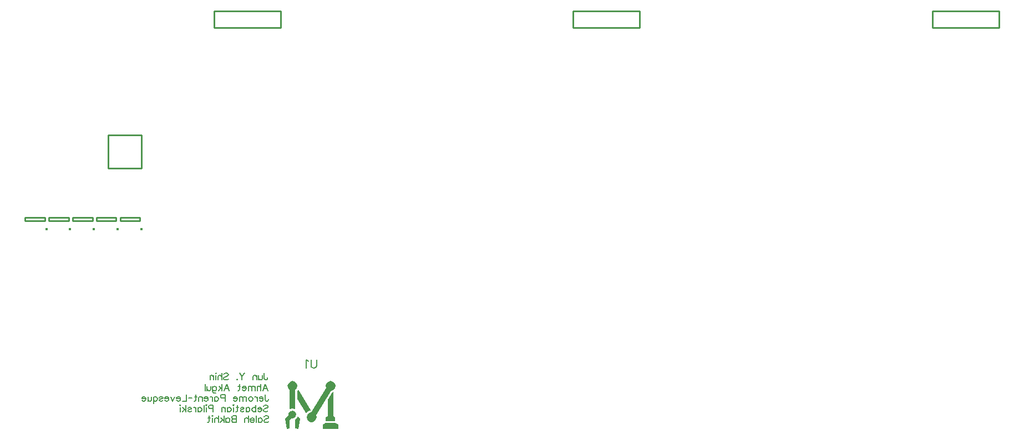
<source format=gbo>
G04 DipTrace 3.0.0.2*
G04 Power_Current.GBO*
%MOMM*%
G04 #@! TF.FileFunction,Legend,Bot*
G04 #@! TF.Part,Single*
%ADD10C,0.25*%
%ADD39O,0.39127X0.39172*%
%ADD113C,0.19608*%
%ADD114C,0.15686*%
%FSLAX35Y35*%
G04*
G71*
G90*
G75*
G01*
G04 BotSilk*
%LPD*%
X3627000Y7681000D2*
D10*
X3119000D1*
Y7173000D1*
X3627000D1*
Y7681000D1*
D39*
X3628356Y6237639D3*
X3604986Y6365000D2*
D10*
X3305000D1*
Y6415000D1*
X3604986D1*
Y6365000D1*
D39*
X3265856Y6237639D3*
X3242486Y6365000D2*
D10*
X2942500D1*
Y6415000D1*
X3242486D1*
Y6365000D1*
D39*
X2903356Y6237639D3*
X2879986Y6365000D2*
D10*
X2580000D1*
Y6415000D1*
X2879986D1*
Y6365000D1*
D39*
X2540856Y6237639D3*
X2517486Y6365000D2*
D10*
X2217500D1*
Y6415000D1*
X2517486D1*
Y6365000D1*
D39*
X2178356Y6237639D3*
X2154986Y6365000D2*
D10*
X1855000D1*
Y6415000D1*
X2154986D1*
Y6365000D1*
G36*
X6631400Y3186780D2*
Y3247740D1*
X6588220Y3273140D1*
X6443440D1*
X6400260Y3247740D1*
Y3186780D1*
D1*
X6631400D1*
G37*
G36*
X6588220Y3303620D2*
Y3359500D1*
X6560280Y3377280D1*
Y3748120D1*
X6539960Y3743040D1*
X6471380Y3633820D1*
Y3377280D1*
X6443440Y3359500D1*
Y3303620D1*
X6588220D1*
G37*
G36*
X6522180Y3765900D2*
X6552660Y3776060D1*
X6580600Y3801460D1*
X6590760Y3839560D1*
X6580600Y3877660D1*
X6552660Y3905600D1*
X6517100Y3915760D1*
X6479000Y3905600D1*
X6451060Y3877660D1*
X6440900Y3839560D1*
X6448520Y3811620D1*
X6217380Y3435700D1*
X6186900Y3425540D1*
X6158960Y3397600D1*
X6148800Y3359500D1*
X6158960Y3323940D1*
X6186900Y3296000D1*
X6225000Y3285840D1*
X6263100Y3296000D1*
X6291040Y3323940D1*
X6301200Y3362040D1*
X6293580Y3392520D1*
X6522180Y3765900D1*
G37*
G36*
X6209760Y3473800D2*
X6202140Y3461100D1*
X6169120Y3450940D1*
X6141180Y3417920D1*
X6006560Y3641440D1*
Y3770980D1*
X6021800Y3783680D1*
D1*
X6209760Y3473800D1*
G37*
G36*
X5978620Y3781140D2*
X5998940Y3801460D1*
X6011640Y3839560D1*
X6001480Y3877660D1*
X5973540Y3905600D1*
X5935440Y3915760D1*
X5897340Y3905600D1*
X5869400Y3877660D1*
X5859240Y3839560D1*
X5869400Y3804000D1*
X5892260Y3781140D1*
Y3483960D1*
X5935440Y3496660D1*
X5978620Y3483960D1*
Y3781140D1*
G37*
G36*
X6014180Y3374740D2*
X6011640Y3362040D1*
X5981160Y3329020D1*
X5971000Y3326480D1*
X5978620Y3318860D1*
Y3194400D1*
X6021800Y3186780D1*
X6052280Y3339180D1*
X6014180Y3374740D1*
G37*
G36*
X5986240Y3435700D2*
X5993860Y3405220D1*
X5986240Y3374740D1*
X5963380Y3351880D1*
X5935440Y3344260D1*
X5920200Y3349340D1*
X5889720Y3316320D1*
X5892260Y3194400D1*
X5846540Y3186780D1*
X5818600Y3339180D1*
X5877020Y3397600D1*
X5874480Y3407760D1*
X5882100Y3433160D1*
X5904960Y3456020D1*
X5935440Y3463640D1*
X5965920Y3456020D1*
X5986240Y3435700D1*
G37*
X4738205Y9319491D2*
D10*
X5754295D1*
Y9573503D1*
X4738205D1*
Y9319491D1*
X10213205D2*
X11229295D1*
Y9573503D1*
X10213205D1*
Y9319491D1*
X15700705D2*
X16716795D1*
Y9573503D1*
X15700705D1*
Y9319491D1*
X6302376Y4243987D2*
D113*
Y4152877D1*
X6296340Y4134627D1*
X6284126Y4122554D1*
X6265876Y4116377D1*
X6253803D1*
X6235553Y4122554D1*
X6223340Y4134627D1*
X6217303Y4152877D1*
Y4243987D1*
X6178087Y4219560D2*
X6165874Y4225737D1*
X6147624Y4243846D1*
Y4116377D1*
X5503382Y4035147D2*
D114*
Y3957430D1*
X5508211Y3942830D1*
X5513153Y3938000D1*
X5522811Y3933059D1*
X5532582D1*
X5542240Y3938000D1*
X5547070Y3942830D1*
X5552011Y3957430D1*
Y3967088D1*
X5472009Y4001117D2*
Y3952488D1*
X5467180Y3938000D1*
X5457409Y3933059D1*
X5442809D1*
X5433151Y3938000D1*
X5418551Y3952488D1*
Y4001117D2*
Y3933059D1*
X5387178Y4001117D2*
Y3933059D1*
Y3981688D2*
X5372578Y3996288D1*
X5362808Y4001117D1*
X5348320D1*
X5338549Y3996288D1*
X5333720Y3981688D1*
Y3933059D1*
X5203590Y4035147D2*
X5164732Y3986517D1*
Y3933059D1*
X5125873Y4035147D2*
X5164732Y3986517D1*
X5089672Y3942830D2*
X5094501Y3937888D1*
X5089672Y3933059D1*
X5084730Y3937888D1*
X5089672Y3942830D1*
X4886542Y4020547D2*
X4896200Y4030317D1*
X4910800Y4035147D1*
X4930230D1*
X4944830Y4030317D1*
X4954600Y4020547D1*
Y4010888D1*
X4949659Y4001117D1*
X4944830Y3996288D1*
X4935171Y3991459D1*
X4905971Y3981688D1*
X4896200Y3976859D1*
X4891371Y3971917D1*
X4886542Y3962259D1*
Y3947659D1*
X4896200Y3938000D1*
X4910800Y3933059D1*
X4930230D1*
X4944830Y3938000D1*
X4954600Y3947659D1*
X4855169Y4035147D2*
Y3933059D1*
Y3981688D2*
X4840569Y3996288D1*
X4830798Y4001117D1*
X4816198D1*
X4806540Y3996288D1*
X4801711Y3981688D1*
Y3933059D1*
X4770338Y4035147D2*
X4765509Y4030317D1*
X4760567Y4035147D1*
X4765509Y4040088D1*
X4770338Y4035147D1*
X4765509Y4001117D2*
Y3933059D1*
X4729195Y4001117D2*
Y3933059D1*
Y3981688D2*
X4714595Y3996288D1*
X4704824Y4001117D1*
X4690336D1*
X4680566Y3996288D1*
X4675736Y3981688D1*
Y3933059D1*
X5482514Y3770559D2*
X5521485Y3872647D1*
X5560343Y3770559D1*
X5545743Y3804588D2*
X5497114D1*
X5451142Y3872647D2*
Y3770559D1*
Y3819188D2*
X5436542Y3833788D1*
X5426771Y3838617D1*
X5412171D1*
X5402512Y3833788D1*
X5397683Y3819188D1*
Y3770559D1*
X5366311Y3838617D2*
Y3770559D1*
Y3819188D2*
X5351711Y3833788D1*
X5341940Y3838617D1*
X5327452D1*
X5317681Y3833788D1*
X5312852Y3819188D1*
Y3770559D1*
Y3819188D2*
X5298252Y3833788D1*
X5288481Y3838617D1*
X5273994D1*
X5264223Y3833788D1*
X5259281Y3819188D1*
Y3770559D1*
X5227909Y3809417D2*
X5169621D1*
Y3819188D1*
X5174450Y3828959D1*
X5179280Y3833788D1*
X5189050Y3838617D1*
X5203650D1*
X5213309Y3833788D1*
X5223080Y3824017D1*
X5227909Y3809417D1*
Y3799759D1*
X5223080Y3785159D1*
X5213309Y3775500D1*
X5203650Y3770559D1*
X5189050D1*
X5179280Y3775500D1*
X5169621Y3785159D1*
X5123649Y3872647D2*
Y3789988D1*
X5118819Y3775500D1*
X5109049Y3770559D1*
X5099390D1*
X5138249Y3838617D2*
X5104219D1*
X4891431Y3770559D2*
X4930402Y3872647D1*
X4969261Y3770559D1*
X4954661Y3804588D2*
X4906031D1*
X4860059Y3872647D2*
Y3770559D1*
X4811430Y3838617D2*
X4860059Y3789988D1*
X4840630Y3809417D2*
X4806600Y3770559D1*
X4716940Y3833788D2*
Y3755959D1*
X4721769Y3741471D1*
X4726598Y3736530D1*
X4736369Y3731700D1*
X4750969D1*
X4760628Y3736530D1*
X4716940Y3819188D2*
X4726598Y3828847D1*
X4736369Y3833788D1*
X4750969D1*
X4760628Y3828847D1*
X4770398Y3819188D1*
X4775228Y3804588D1*
Y3794817D1*
X4770398Y3780330D1*
X4760628Y3770559D1*
X4750969Y3765730D1*
X4736369D1*
X4726598Y3770559D1*
X4716940Y3780330D1*
X4685567Y3838617D2*
Y3789988D1*
X4680738Y3775500D1*
X4670967Y3770559D1*
X4656367D1*
X4646709Y3775500D1*
X4632109Y3789988D1*
Y3838617D2*
Y3770559D1*
X4600736Y3872647D2*
Y3770559D1*
X5518968Y3710147D2*
Y3632430D1*
X5523797Y3617830D1*
X5528738Y3613000D1*
X5538397Y3608059D1*
X5548168D1*
X5557826Y3613000D1*
X5562655Y3617830D1*
X5567597Y3632430D1*
Y3642088D1*
X5487595Y3646917D2*
X5429307D1*
Y3656688D1*
X5434137Y3666459D1*
X5438966Y3671288D1*
X5448737Y3676117D1*
X5463337D1*
X5472995Y3671288D1*
X5482766Y3661517D1*
X5487595Y3646917D1*
Y3637259D1*
X5482766Y3622659D1*
X5472995Y3613000D1*
X5463337Y3608059D1*
X5448737D1*
X5438966Y3613000D1*
X5429307Y3622659D1*
X5397935Y3676117D2*
Y3608059D1*
Y3646917D2*
X5392993Y3661517D1*
X5383335Y3671288D1*
X5373564Y3676117D1*
X5358964D1*
X5303333D2*
X5312992Y3671288D1*
X5322762Y3661517D1*
X5327592Y3646917D1*
Y3637259D1*
X5322762Y3622659D1*
X5312992Y3613000D1*
X5303333Y3608059D1*
X5288733D1*
X5278962Y3613000D1*
X5269304Y3622659D1*
X5264362Y3637259D1*
Y3646917D1*
X5269304Y3661517D1*
X5278962Y3671288D1*
X5288733Y3676117D1*
X5303333D1*
X5232990D2*
Y3608059D1*
Y3656688D2*
X5218390Y3671288D1*
X5208619Y3676117D1*
X5194131D1*
X5184361Y3671288D1*
X5179531Y3656688D1*
Y3608059D1*
Y3656688D2*
X5164931Y3671288D1*
X5155161Y3676117D1*
X5140673D1*
X5130902Y3671288D1*
X5125961Y3656688D1*
Y3608059D1*
X5094588Y3646917D2*
X5036300D1*
Y3656688D1*
X5041130Y3666459D1*
X5045959Y3671288D1*
X5055730Y3676117D1*
X5070330D1*
X5079988Y3671288D1*
X5089759Y3661517D1*
X5094588Y3646917D1*
Y3637259D1*
X5089759Y3622659D1*
X5079988Y3613000D1*
X5070330Y3608059D1*
X5055730D1*
X5045959Y3613000D1*
X5036300Y3622659D1*
X4906171Y3656688D2*
X4862371D1*
X4847883Y3661517D1*
X4842941Y3666459D1*
X4838112Y3676117D1*
Y3690717D1*
X4842941Y3700376D1*
X4847883Y3705317D1*
X4862371Y3710147D1*
X4906171D1*
Y3608059D1*
X4748452Y3676117D2*
Y3608059D1*
Y3661517D2*
X4758110Y3671288D1*
X4767881Y3676117D1*
X4782369D1*
X4792140Y3671288D1*
X4801798Y3661517D1*
X4806740Y3646917D1*
Y3637259D1*
X4801798Y3622659D1*
X4792140Y3613000D1*
X4782369Y3608059D1*
X4767881D1*
X4758110Y3613000D1*
X4748452Y3622659D1*
X4717079Y3676117D2*
Y3608059D1*
Y3646917D2*
X4712138Y3661517D1*
X4702479Y3671288D1*
X4692709Y3676117D1*
X4678109D1*
X4646736Y3646917D2*
X4588448D1*
Y3656688D1*
X4593278Y3666459D1*
X4598107Y3671288D1*
X4607878Y3676117D1*
X4622478D1*
X4632136Y3671288D1*
X4641907Y3661517D1*
X4646736Y3646917D1*
Y3637259D1*
X4641907Y3622659D1*
X4632136Y3613000D1*
X4622478Y3608059D1*
X4607878D1*
X4598107Y3613000D1*
X4588448Y3622659D1*
X4557076Y3676117D2*
Y3608059D1*
Y3656688D2*
X4542476Y3671288D1*
X4532705Y3676117D1*
X4518217D1*
X4508447Y3671288D1*
X4503617Y3656688D1*
Y3608059D1*
X4457645Y3710147D2*
Y3627488D1*
X4452816Y3613000D1*
X4443045Y3608059D1*
X4433386D1*
X4472245Y3676117D2*
X4438216D1*
X4402014Y3659047D2*
X4345860D1*
X4314487Y3710147D2*
Y3608059D1*
X4256200D1*
X4224827Y3646917D2*
X4166539D1*
Y3656688D1*
X4171369Y3666459D1*
X4176198Y3671288D1*
X4185969Y3676117D1*
X4200569D1*
X4210227Y3671288D1*
X4219998Y3661517D1*
X4224827Y3646917D1*
Y3637259D1*
X4219998Y3622659D1*
X4210227Y3613000D1*
X4200569Y3608059D1*
X4185969D1*
X4176198Y3613000D1*
X4166539Y3622659D1*
X4135167Y3676117D2*
X4105967Y3608059D1*
X4076879Y3676117D1*
X4045507Y3646917D2*
X3987219D1*
Y3656688D1*
X3992048Y3666459D1*
X3996877Y3671288D1*
X4006648Y3676117D1*
X4021248D1*
X4030907Y3671288D1*
X4040677Y3661517D1*
X4045507Y3646917D1*
Y3637259D1*
X4040677Y3622659D1*
X4030907Y3613000D1*
X4021248Y3608059D1*
X4006648D1*
X3996877Y3613000D1*
X3987219Y3622659D1*
X3902388Y3661517D2*
X3907217Y3671288D1*
X3921817Y3676117D1*
X3936417D1*
X3951017Y3671288D1*
X3955846Y3661517D1*
X3951017Y3651859D1*
X3941246Y3646917D1*
X3916988Y3642088D1*
X3907217Y3637259D1*
X3902388Y3627488D1*
Y3622659D1*
X3907217Y3613000D1*
X3921817Y3608059D1*
X3936417D1*
X3951017Y3613000D1*
X3955846Y3622659D1*
X3812728Y3676117D2*
Y3574030D1*
Y3661517D2*
X3822386Y3671176D1*
X3832157Y3676117D1*
X3846757D1*
X3856415Y3671176D1*
X3866186Y3661517D1*
X3871015Y3646917D1*
Y3637147D1*
X3866186Y3622659D1*
X3856415Y3612888D1*
X3846757Y3608059D1*
X3832157D1*
X3822386Y3612888D1*
X3812728Y3622659D1*
X3781355Y3676117D2*
Y3627488D1*
X3776526Y3613000D1*
X3766755Y3608059D1*
X3752155D1*
X3742497Y3613000D1*
X3727897Y3627488D1*
Y3676117D2*
Y3608059D1*
X3696524Y3646917D2*
X3638236D1*
Y3656688D1*
X3643066Y3666459D1*
X3647895Y3671288D1*
X3657666Y3676117D1*
X3672266D1*
X3681924Y3671288D1*
X3691695Y3661517D1*
X3696524Y3646917D1*
Y3637259D1*
X3691695Y3622659D1*
X3681924Y3613000D1*
X3672266Y3608059D1*
X3657666D1*
X3647895Y3613000D1*
X3638236Y3622659D1*
X5494427Y3533047D2*
X5504085Y3542817D1*
X5518685Y3547647D1*
X5538114D1*
X5552714Y3542817D1*
X5562485Y3533047D1*
Y3523388D1*
X5557544Y3513617D1*
X5552714Y3508788D1*
X5543056Y3503959D1*
X5513856Y3494188D1*
X5504085Y3489359D1*
X5499256Y3484417D1*
X5494427Y3474759D1*
Y3460159D1*
X5504085Y3450500D1*
X5518685Y3445559D1*
X5538114D1*
X5552714Y3450500D1*
X5562485Y3460159D1*
X5463054Y3484417D2*
X5404766D1*
Y3494188D1*
X5409596Y3503959D1*
X5414425Y3508788D1*
X5424196Y3513617D1*
X5438796D1*
X5448454Y3508788D1*
X5458225Y3499017D1*
X5463054Y3484417D1*
Y3474759D1*
X5458225Y3460159D1*
X5448454Y3450500D1*
X5438796Y3445559D1*
X5424196D1*
X5414425Y3450500D1*
X5404766Y3460159D1*
X5373394Y3547647D2*
Y3445559D1*
Y3499017D2*
X5363623Y3508788D1*
X5353965Y3513617D1*
X5339365D1*
X5329706Y3508788D1*
X5319935Y3499017D1*
X5315106Y3484417D1*
Y3474759D1*
X5319935Y3460159D1*
X5329706Y3450500D1*
X5339365Y3445559D1*
X5353965D1*
X5363623Y3450500D1*
X5373394Y3460159D1*
X5225446Y3513617D2*
Y3445559D1*
Y3499017D2*
X5235104Y3508788D1*
X5244875Y3513617D1*
X5259363D1*
X5269134Y3508788D1*
X5278792Y3499017D1*
X5283734Y3484417D1*
Y3474759D1*
X5278792Y3460159D1*
X5269134Y3450500D1*
X5259363Y3445559D1*
X5244875D1*
X5235104Y3450500D1*
X5225446Y3460159D1*
X5140615Y3499017D2*
X5145444Y3508788D1*
X5160044Y3513617D1*
X5174644D1*
X5189244Y3508788D1*
X5194073Y3499017D1*
X5189244Y3489359D1*
X5179473Y3484417D1*
X5155215Y3479588D1*
X5145444Y3474759D1*
X5140615Y3464988D1*
Y3460159D1*
X5145444Y3450500D1*
X5160044Y3445559D1*
X5174644D1*
X5189244Y3450500D1*
X5194073Y3460159D1*
X5094642Y3547647D2*
Y3464988D1*
X5089813Y3450500D1*
X5080042Y3445559D1*
X5070384D1*
X5109242Y3513617D2*
X5075213D1*
X5039011Y3547647D2*
X5034182Y3542817D1*
X5029241Y3547647D1*
X5034182Y3552588D1*
X5039011Y3547647D1*
X5034182Y3513617D2*
Y3445559D1*
X4939580Y3513617D2*
Y3445559D1*
Y3499017D2*
X4949239Y3508788D1*
X4959010Y3513617D1*
X4973497D1*
X4983268Y3508788D1*
X4992927Y3499017D1*
X4997868Y3484417D1*
Y3474759D1*
X4992927Y3460159D1*
X4983268Y3450500D1*
X4973497Y3445559D1*
X4959010D1*
X4949239Y3450500D1*
X4939580Y3460159D1*
X4908208Y3513617D2*
Y3445559D1*
Y3494188D2*
X4893608Y3508788D1*
X4883837Y3513617D1*
X4869349D1*
X4859579Y3508788D1*
X4854749Y3494188D1*
Y3445559D1*
X4724620Y3494188D2*
X4680820D1*
X4666332Y3499017D1*
X4661390Y3503959D1*
X4656561Y3513617D1*
Y3528217D1*
X4661390Y3537876D1*
X4666332Y3542817D1*
X4680820Y3547647D1*
X4724620D1*
Y3445559D1*
X4625189Y3547647D2*
X4620359Y3542817D1*
X4615418Y3547647D1*
X4620359Y3552588D1*
X4625189Y3547647D1*
X4620359Y3513617D2*
Y3445559D1*
X4584045Y3547647D2*
Y3445559D1*
X4494385Y3513617D2*
Y3445559D1*
Y3499017D2*
X4504044Y3508788D1*
X4513814Y3513617D1*
X4528302D1*
X4538073Y3508788D1*
X4547731Y3499017D1*
X4552673Y3484417D1*
Y3474759D1*
X4547731Y3460159D1*
X4538073Y3450500D1*
X4528302Y3445559D1*
X4513814D1*
X4504044Y3450500D1*
X4494385Y3460159D1*
X4463013Y3513617D2*
Y3445559D1*
Y3484417D2*
X4458071Y3499017D1*
X4448413Y3508788D1*
X4438642Y3513617D1*
X4424042D1*
X4339211Y3499017D2*
X4344040Y3508788D1*
X4358640Y3513617D1*
X4373240D1*
X4387840Y3508788D1*
X4392669Y3499017D1*
X4387840Y3489359D1*
X4378069Y3484417D1*
X4353811Y3479588D1*
X4344040Y3474759D1*
X4339211Y3464988D1*
Y3460159D1*
X4344040Y3450500D1*
X4358640Y3445559D1*
X4373240D1*
X4387840Y3450500D1*
X4392669Y3460159D1*
X4307838Y3547647D2*
Y3445559D1*
X4259209Y3513617D2*
X4307838Y3464988D1*
X4288409Y3484417D2*
X4254380Y3445559D1*
X4223007Y3547647D2*
X4218178Y3542817D1*
X4213236Y3547647D1*
X4218178Y3552588D1*
X4223007Y3547647D1*
X4218178Y3513617D2*
Y3445559D1*
X5502645Y3370547D2*
X5512304Y3380317D1*
X5526904Y3385147D1*
X5546333D1*
X5560933Y3380317D1*
X5570704Y3370547D1*
Y3360888D1*
X5565762Y3351117D1*
X5560933Y3346288D1*
X5551275Y3341459D1*
X5522075Y3331688D1*
X5512304Y3326859D1*
X5507475Y3321917D1*
X5502645Y3312259D1*
Y3297659D1*
X5512304Y3288000D1*
X5526904Y3283059D1*
X5546333D1*
X5560933Y3288000D1*
X5570704Y3297659D1*
X5412985Y3351117D2*
Y3283059D1*
Y3336517D2*
X5422643Y3346288D1*
X5432414Y3351117D1*
X5446902D1*
X5456673Y3346288D1*
X5466331Y3336517D1*
X5471273Y3321917D1*
Y3312259D1*
X5466331Y3297659D1*
X5456673Y3288000D1*
X5446902Y3283059D1*
X5432414D1*
X5422643Y3288000D1*
X5412985Y3297659D1*
X5381612Y3385147D2*
Y3283059D1*
X5350240Y3321917D2*
X5291952D1*
Y3331688D1*
X5296781Y3341459D1*
X5301611Y3346288D1*
X5311381Y3351117D1*
X5325981D1*
X5335640Y3346288D1*
X5345411Y3336517D1*
X5350240Y3321917D1*
Y3312259D1*
X5345411Y3297659D1*
X5335640Y3288000D1*
X5325981Y3283059D1*
X5311381D1*
X5301611Y3288000D1*
X5291952Y3297659D1*
X5260580Y3385147D2*
Y3283059D1*
Y3331688D2*
X5245980Y3346288D1*
X5236209Y3351117D1*
X5221609D1*
X5211950Y3346288D1*
X5207121Y3331688D1*
Y3283059D1*
X5076992Y3385147D2*
Y3283059D1*
X5033192D1*
X5018592Y3288000D1*
X5013762Y3292830D1*
X5008933Y3302488D1*
Y3317088D1*
X5013762Y3326859D1*
X5018592Y3331688D1*
X5033192Y3336517D1*
X5018592Y3341459D1*
X5013762Y3346288D1*
X5008933Y3355947D1*
Y3365717D1*
X5013762Y3375376D1*
X5018592Y3380317D1*
X5033192Y3385147D1*
X5076992D1*
Y3336517D2*
X5033192D1*
X4919273Y3351117D2*
Y3283059D1*
Y3336517D2*
X4928931Y3346288D1*
X4938702Y3351117D1*
X4953190D1*
X4962961Y3346288D1*
X4972619Y3336517D1*
X4977561Y3321917D1*
Y3312259D1*
X4972619Y3297659D1*
X4962961Y3288000D1*
X4953190Y3283059D1*
X4938702D1*
X4928931Y3288000D1*
X4919273Y3297659D1*
X4887900Y3385147D2*
Y3283059D1*
X4839271Y3351117D2*
X4887900Y3302488D1*
X4868471Y3321917D2*
X4834442Y3283059D1*
X4803069Y3385147D2*
Y3283059D1*
Y3331688D2*
X4788469Y3346288D1*
X4778698Y3351117D1*
X4764098D1*
X4754440Y3346288D1*
X4749611Y3331688D1*
Y3283059D1*
X4718238Y3385147D2*
X4713409Y3380317D1*
X4708467Y3385147D1*
X4713409Y3390088D1*
X4718238Y3385147D1*
X4713409Y3351117D2*
Y3283059D1*
X4662495Y3385147D2*
Y3302488D1*
X4657666Y3288000D1*
X4647895Y3283059D1*
X4638236D1*
X4677095Y3351117D2*
X4643066D1*
M02*

</source>
